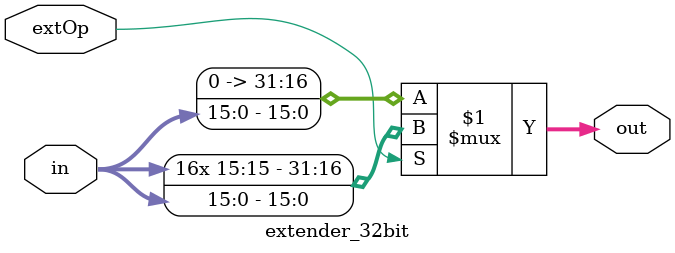
<source format=v>
module extender_32bit(output [31:0] out,input [15:0] in, input extOp );

  // expOp = 1 ise signed olarak extend et
  // 0 ise unsigned extend eder

  assign out = extOp ?
            {{16{in[15]}} ,in[15:0]} : // isaret bitine gore extend et
            {16'b0000000000000000,in[15:0]}; // basina 0 koyarak birlestir


endmodule

</source>
